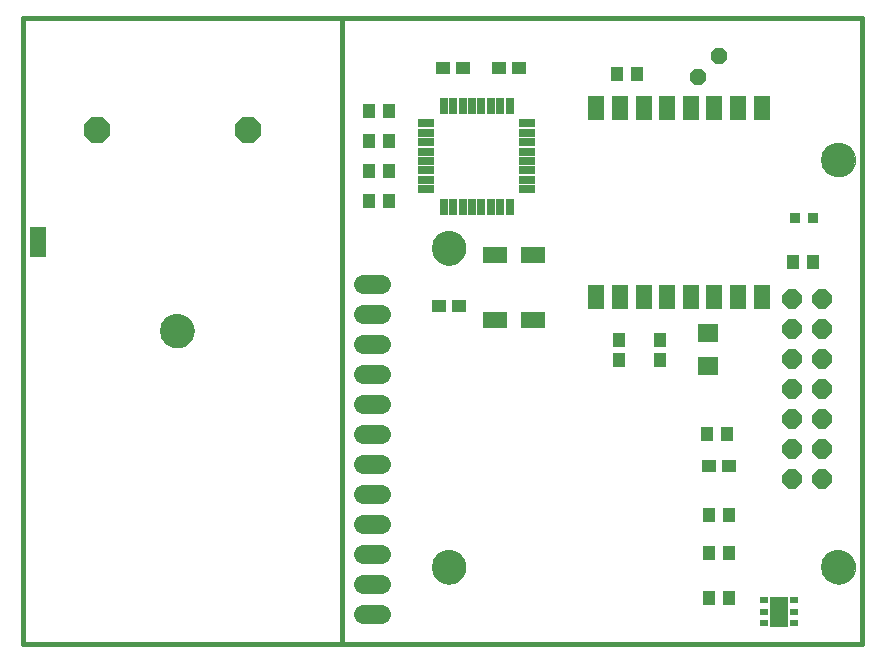
<source format=gts>
G75*
%MOIN*%
%OFA0B0*%
%FSLAX25Y25*%
%IPPOS*%
%LPD*%
%AMOC8*
5,1,8,0,0,1.08239X$1,22.5*
%
%ADD10C,0.01600*%
%ADD11C,0.00000*%
%ADD12C,0.11424*%
%ADD13R,0.06699X0.05912*%
%ADD14R,0.04337X0.04731*%
%ADD15R,0.07880X0.05518*%
%ADD16R,0.04731X0.04337*%
%ADD17R,0.03550X0.03550*%
%ADD18R,0.05518X0.08274*%
%ADD19OC8,0.06400*%
%ADD20R,0.02600X0.05400*%
%ADD21R,0.05400X0.02600*%
%ADD22R,0.02762X0.01975*%
%ADD23R,0.06306X0.09849*%
%ADD24R,0.05400X0.10400*%
%ADD25C,0.06400*%
%ADD26OC8,0.05600*%
%ADD27OC8,0.08900*%
D10*
X0001800Y0001800D02*
X0108099Y0001800D01*
X0108099Y0210461D01*
X0001800Y0210461D01*
X0001800Y0001800D01*
X0108099Y0001800D02*
X0281328Y0001800D01*
X0281328Y0210461D01*
X0108099Y0210461D01*
D11*
X0138020Y0133690D02*
X0138022Y0133838D01*
X0138028Y0133986D01*
X0138038Y0134134D01*
X0138052Y0134281D01*
X0138070Y0134428D01*
X0138091Y0134574D01*
X0138117Y0134720D01*
X0138147Y0134865D01*
X0138180Y0135009D01*
X0138218Y0135152D01*
X0138259Y0135294D01*
X0138304Y0135435D01*
X0138352Y0135575D01*
X0138405Y0135714D01*
X0138461Y0135851D01*
X0138521Y0135986D01*
X0138584Y0136120D01*
X0138651Y0136252D01*
X0138722Y0136382D01*
X0138796Y0136510D01*
X0138873Y0136636D01*
X0138954Y0136760D01*
X0139038Y0136882D01*
X0139125Y0137001D01*
X0139216Y0137118D01*
X0139310Y0137233D01*
X0139406Y0137345D01*
X0139506Y0137455D01*
X0139608Y0137561D01*
X0139714Y0137665D01*
X0139822Y0137766D01*
X0139933Y0137864D01*
X0140046Y0137960D01*
X0140162Y0138052D01*
X0140280Y0138141D01*
X0140401Y0138226D01*
X0140524Y0138309D01*
X0140649Y0138388D01*
X0140776Y0138464D01*
X0140905Y0138536D01*
X0141036Y0138605D01*
X0141169Y0138670D01*
X0141304Y0138731D01*
X0141440Y0138789D01*
X0141577Y0138844D01*
X0141716Y0138894D01*
X0141857Y0138941D01*
X0141998Y0138984D01*
X0142141Y0139024D01*
X0142285Y0139059D01*
X0142429Y0139091D01*
X0142575Y0139118D01*
X0142721Y0139142D01*
X0142868Y0139162D01*
X0143015Y0139178D01*
X0143162Y0139190D01*
X0143310Y0139198D01*
X0143458Y0139202D01*
X0143606Y0139202D01*
X0143754Y0139198D01*
X0143902Y0139190D01*
X0144049Y0139178D01*
X0144196Y0139162D01*
X0144343Y0139142D01*
X0144489Y0139118D01*
X0144635Y0139091D01*
X0144779Y0139059D01*
X0144923Y0139024D01*
X0145066Y0138984D01*
X0145207Y0138941D01*
X0145348Y0138894D01*
X0145487Y0138844D01*
X0145624Y0138789D01*
X0145760Y0138731D01*
X0145895Y0138670D01*
X0146028Y0138605D01*
X0146159Y0138536D01*
X0146288Y0138464D01*
X0146415Y0138388D01*
X0146540Y0138309D01*
X0146663Y0138226D01*
X0146784Y0138141D01*
X0146902Y0138052D01*
X0147018Y0137960D01*
X0147131Y0137864D01*
X0147242Y0137766D01*
X0147350Y0137665D01*
X0147456Y0137561D01*
X0147558Y0137455D01*
X0147658Y0137345D01*
X0147754Y0137233D01*
X0147848Y0137118D01*
X0147939Y0137001D01*
X0148026Y0136882D01*
X0148110Y0136760D01*
X0148191Y0136636D01*
X0148268Y0136510D01*
X0148342Y0136382D01*
X0148413Y0136252D01*
X0148480Y0136120D01*
X0148543Y0135986D01*
X0148603Y0135851D01*
X0148659Y0135714D01*
X0148712Y0135575D01*
X0148760Y0135435D01*
X0148805Y0135294D01*
X0148846Y0135152D01*
X0148884Y0135009D01*
X0148917Y0134865D01*
X0148947Y0134720D01*
X0148973Y0134574D01*
X0148994Y0134428D01*
X0149012Y0134281D01*
X0149026Y0134134D01*
X0149036Y0133986D01*
X0149042Y0133838D01*
X0149044Y0133690D01*
X0149042Y0133542D01*
X0149036Y0133394D01*
X0149026Y0133246D01*
X0149012Y0133099D01*
X0148994Y0132952D01*
X0148973Y0132806D01*
X0148947Y0132660D01*
X0148917Y0132515D01*
X0148884Y0132371D01*
X0148846Y0132228D01*
X0148805Y0132086D01*
X0148760Y0131945D01*
X0148712Y0131805D01*
X0148659Y0131666D01*
X0148603Y0131529D01*
X0148543Y0131394D01*
X0148480Y0131260D01*
X0148413Y0131128D01*
X0148342Y0130998D01*
X0148268Y0130870D01*
X0148191Y0130744D01*
X0148110Y0130620D01*
X0148026Y0130498D01*
X0147939Y0130379D01*
X0147848Y0130262D01*
X0147754Y0130147D01*
X0147658Y0130035D01*
X0147558Y0129925D01*
X0147456Y0129819D01*
X0147350Y0129715D01*
X0147242Y0129614D01*
X0147131Y0129516D01*
X0147018Y0129420D01*
X0146902Y0129328D01*
X0146784Y0129239D01*
X0146663Y0129154D01*
X0146540Y0129071D01*
X0146415Y0128992D01*
X0146288Y0128916D01*
X0146159Y0128844D01*
X0146028Y0128775D01*
X0145895Y0128710D01*
X0145760Y0128649D01*
X0145624Y0128591D01*
X0145487Y0128536D01*
X0145348Y0128486D01*
X0145207Y0128439D01*
X0145066Y0128396D01*
X0144923Y0128356D01*
X0144779Y0128321D01*
X0144635Y0128289D01*
X0144489Y0128262D01*
X0144343Y0128238D01*
X0144196Y0128218D01*
X0144049Y0128202D01*
X0143902Y0128190D01*
X0143754Y0128182D01*
X0143606Y0128178D01*
X0143458Y0128178D01*
X0143310Y0128182D01*
X0143162Y0128190D01*
X0143015Y0128202D01*
X0142868Y0128218D01*
X0142721Y0128238D01*
X0142575Y0128262D01*
X0142429Y0128289D01*
X0142285Y0128321D01*
X0142141Y0128356D01*
X0141998Y0128396D01*
X0141857Y0128439D01*
X0141716Y0128486D01*
X0141577Y0128536D01*
X0141440Y0128591D01*
X0141304Y0128649D01*
X0141169Y0128710D01*
X0141036Y0128775D01*
X0140905Y0128844D01*
X0140776Y0128916D01*
X0140649Y0128992D01*
X0140524Y0129071D01*
X0140401Y0129154D01*
X0140280Y0129239D01*
X0140162Y0129328D01*
X0140046Y0129420D01*
X0139933Y0129516D01*
X0139822Y0129614D01*
X0139714Y0129715D01*
X0139608Y0129819D01*
X0139506Y0129925D01*
X0139406Y0130035D01*
X0139310Y0130147D01*
X0139216Y0130262D01*
X0139125Y0130379D01*
X0139038Y0130498D01*
X0138954Y0130620D01*
X0138873Y0130744D01*
X0138796Y0130870D01*
X0138722Y0130998D01*
X0138651Y0131128D01*
X0138584Y0131260D01*
X0138521Y0131394D01*
X0138461Y0131529D01*
X0138405Y0131666D01*
X0138352Y0131805D01*
X0138304Y0131945D01*
X0138259Y0132086D01*
X0138218Y0132228D01*
X0138180Y0132371D01*
X0138147Y0132515D01*
X0138117Y0132660D01*
X0138091Y0132806D01*
X0138070Y0132952D01*
X0138052Y0133099D01*
X0138038Y0133246D01*
X0138028Y0133394D01*
X0138022Y0133542D01*
X0138020Y0133690D01*
X0047469Y0106131D02*
X0047471Y0106279D01*
X0047477Y0106427D01*
X0047487Y0106575D01*
X0047501Y0106722D01*
X0047519Y0106869D01*
X0047540Y0107015D01*
X0047566Y0107161D01*
X0047596Y0107306D01*
X0047629Y0107450D01*
X0047667Y0107593D01*
X0047708Y0107735D01*
X0047753Y0107876D01*
X0047801Y0108016D01*
X0047854Y0108155D01*
X0047910Y0108292D01*
X0047970Y0108427D01*
X0048033Y0108561D01*
X0048100Y0108693D01*
X0048171Y0108823D01*
X0048245Y0108951D01*
X0048322Y0109077D01*
X0048403Y0109201D01*
X0048487Y0109323D01*
X0048574Y0109442D01*
X0048665Y0109559D01*
X0048759Y0109674D01*
X0048855Y0109786D01*
X0048955Y0109896D01*
X0049057Y0110002D01*
X0049163Y0110106D01*
X0049271Y0110207D01*
X0049382Y0110305D01*
X0049495Y0110401D01*
X0049611Y0110493D01*
X0049729Y0110582D01*
X0049850Y0110667D01*
X0049973Y0110750D01*
X0050098Y0110829D01*
X0050225Y0110905D01*
X0050354Y0110977D01*
X0050485Y0111046D01*
X0050618Y0111111D01*
X0050753Y0111172D01*
X0050889Y0111230D01*
X0051026Y0111285D01*
X0051165Y0111335D01*
X0051306Y0111382D01*
X0051447Y0111425D01*
X0051590Y0111465D01*
X0051734Y0111500D01*
X0051878Y0111532D01*
X0052024Y0111559D01*
X0052170Y0111583D01*
X0052317Y0111603D01*
X0052464Y0111619D01*
X0052611Y0111631D01*
X0052759Y0111639D01*
X0052907Y0111643D01*
X0053055Y0111643D01*
X0053203Y0111639D01*
X0053351Y0111631D01*
X0053498Y0111619D01*
X0053645Y0111603D01*
X0053792Y0111583D01*
X0053938Y0111559D01*
X0054084Y0111532D01*
X0054228Y0111500D01*
X0054372Y0111465D01*
X0054515Y0111425D01*
X0054656Y0111382D01*
X0054797Y0111335D01*
X0054936Y0111285D01*
X0055073Y0111230D01*
X0055209Y0111172D01*
X0055344Y0111111D01*
X0055477Y0111046D01*
X0055608Y0110977D01*
X0055737Y0110905D01*
X0055864Y0110829D01*
X0055989Y0110750D01*
X0056112Y0110667D01*
X0056233Y0110582D01*
X0056351Y0110493D01*
X0056467Y0110401D01*
X0056580Y0110305D01*
X0056691Y0110207D01*
X0056799Y0110106D01*
X0056905Y0110002D01*
X0057007Y0109896D01*
X0057107Y0109786D01*
X0057203Y0109674D01*
X0057297Y0109559D01*
X0057388Y0109442D01*
X0057475Y0109323D01*
X0057559Y0109201D01*
X0057640Y0109077D01*
X0057717Y0108951D01*
X0057791Y0108823D01*
X0057862Y0108693D01*
X0057929Y0108561D01*
X0057992Y0108427D01*
X0058052Y0108292D01*
X0058108Y0108155D01*
X0058161Y0108016D01*
X0058209Y0107876D01*
X0058254Y0107735D01*
X0058295Y0107593D01*
X0058333Y0107450D01*
X0058366Y0107306D01*
X0058396Y0107161D01*
X0058422Y0107015D01*
X0058443Y0106869D01*
X0058461Y0106722D01*
X0058475Y0106575D01*
X0058485Y0106427D01*
X0058491Y0106279D01*
X0058493Y0106131D01*
X0058491Y0105983D01*
X0058485Y0105835D01*
X0058475Y0105687D01*
X0058461Y0105540D01*
X0058443Y0105393D01*
X0058422Y0105247D01*
X0058396Y0105101D01*
X0058366Y0104956D01*
X0058333Y0104812D01*
X0058295Y0104669D01*
X0058254Y0104527D01*
X0058209Y0104386D01*
X0058161Y0104246D01*
X0058108Y0104107D01*
X0058052Y0103970D01*
X0057992Y0103835D01*
X0057929Y0103701D01*
X0057862Y0103569D01*
X0057791Y0103439D01*
X0057717Y0103311D01*
X0057640Y0103185D01*
X0057559Y0103061D01*
X0057475Y0102939D01*
X0057388Y0102820D01*
X0057297Y0102703D01*
X0057203Y0102588D01*
X0057107Y0102476D01*
X0057007Y0102366D01*
X0056905Y0102260D01*
X0056799Y0102156D01*
X0056691Y0102055D01*
X0056580Y0101957D01*
X0056467Y0101861D01*
X0056351Y0101769D01*
X0056233Y0101680D01*
X0056112Y0101595D01*
X0055989Y0101512D01*
X0055864Y0101433D01*
X0055737Y0101357D01*
X0055608Y0101285D01*
X0055477Y0101216D01*
X0055344Y0101151D01*
X0055209Y0101090D01*
X0055073Y0101032D01*
X0054936Y0100977D01*
X0054797Y0100927D01*
X0054656Y0100880D01*
X0054515Y0100837D01*
X0054372Y0100797D01*
X0054228Y0100762D01*
X0054084Y0100730D01*
X0053938Y0100703D01*
X0053792Y0100679D01*
X0053645Y0100659D01*
X0053498Y0100643D01*
X0053351Y0100631D01*
X0053203Y0100623D01*
X0053055Y0100619D01*
X0052907Y0100619D01*
X0052759Y0100623D01*
X0052611Y0100631D01*
X0052464Y0100643D01*
X0052317Y0100659D01*
X0052170Y0100679D01*
X0052024Y0100703D01*
X0051878Y0100730D01*
X0051734Y0100762D01*
X0051590Y0100797D01*
X0051447Y0100837D01*
X0051306Y0100880D01*
X0051165Y0100927D01*
X0051026Y0100977D01*
X0050889Y0101032D01*
X0050753Y0101090D01*
X0050618Y0101151D01*
X0050485Y0101216D01*
X0050354Y0101285D01*
X0050225Y0101357D01*
X0050098Y0101433D01*
X0049973Y0101512D01*
X0049850Y0101595D01*
X0049729Y0101680D01*
X0049611Y0101769D01*
X0049495Y0101861D01*
X0049382Y0101957D01*
X0049271Y0102055D01*
X0049163Y0102156D01*
X0049057Y0102260D01*
X0048955Y0102366D01*
X0048855Y0102476D01*
X0048759Y0102588D01*
X0048665Y0102703D01*
X0048574Y0102820D01*
X0048487Y0102939D01*
X0048403Y0103061D01*
X0048322Y0103185D01*
X0048245Y0103311D01*
X0048171Y0103439D01*
X0048100Y0103569D01*
X0048033Y0103701D01*
X0047970Y0103835D01*
X0047910Y0103970D01*
X0047854Y0104107D01*
X0047801Y0104246D01*
X0047753Y0104386D01*
X0047708Y0104527D01*
X0047667Y0104669D01*
X0047629Y0104812D01*
X0047596Y0104956D01*
X0047566Y0105101D01*
X0047540Y0105247D01*
X0047519Y0105393D01*
X0047501Y0105540D01*
X0047487Y0105687D01*
X0047477Y0105835D01*
X0047471Y0105983D01*
X0047469Y0106131D01*
X0138020Y0027391D02*
X0138022Y0027539D01*
X0138028Y0027687D01*
X0138038Y0027835D01*
X0138052Y0027982D01*
X0138070Y0028129D01*
X0138091Y0028275D01*
X0138117Y0028421D01*
X0138147Y0028566D01*
X0138180Y0028710D01*
X0138218Y0028853D01*
X0138259Y0028995D01*
X0138304Y0029136D01*
X0138352Y0029276D01*
X0138405Y0029415D01*
X0138461Y0029552D01*
X0138521Y0029687D01*
X0138584Y0029821D01*
X0138651Y0029953D01*
X0138722Y0030083D01*
X0138796Y0030211D01*
X0138873Y0030337D01*
X0138954Y0030461D01*
X0139038Y0030583D01*
X0139125Y0030702D01*
X0139216Y0030819D01*
X0139310Y0030934D01*
X0139406Y0031046D01*
X0139506Y0031156D01*
X0139608Y0031262D01*
X0139714Y0031366D01*
X0139822Y0031467D01*
X0139933Y0031565D01*
X0140046Y0031661D01*
X0140162Y0031753D01*
X0140280Y0031842D01*
X0140401Y0031927D01*
X0140524Y0032010D01*
X0140649Y0032089D01*
X0140776Y0032165D01*
X0140905Y0032237D01*
X0141036Y0032306D01*
X0141169Y0032371D01*
X0141304Y0032432D01*
X0141440Y0032490D01*
X0141577Y0032545D01*
X0141716Y0032595D01*
X0141857Y0032642D01*
X0141998Y0032685D01*
X0142141Y0032725D01*
X0142285Y0032760D01*
X0142429Y0032792D01*
X0142575Y0032819D01*
X0142721Y0032843D01*
X0142868Y0032863D01*
X0143015Y0032879D01*
X0143162Y0032891D01*
X0143310Y0032899D01*
X0143458Y0032903D01*
X0143606Y0032903D01*
X0143754Y0032899D01*
X0143902Y0032891D01*
X0144049Y0032879D01*
X0144196Y0032863D01*
X0144343Y0032843D01*
X0144489Y0032819D01*
X0144635Y0032792D01*
X0144779Y0032760D01*
X0144923Y0032725D01*
X0145066Y0032685D01*
X0145207Y0032642D01*
X0145348Y0032595D01*
X0145487Y0032545D01*
X0145624Y0032490D01*
X0145760Y0032432D01*
X0145895Y0032371D01*
X0146028Y0032306D01*
X0146159Y0032237D01*
X0146288Y0032165D01*
X0146415Y0032089D01*
X0146540Y0032010D01*
X0146663Y0031927D01*
X0146784Y0031842D01*
X0146902Y0031753D01*
X0147018Y0031661D01*
X0147131Y0031565D01*
X0147242Y0031467D01*
X0147350Y0031366D01*
X0147456Y0031262D01*
X0147558Y0031156D01*
X0147658Y0031046D01*
X0147754Y0030934D01*
X0147848Y0030819D01*
X0147939Y0030702D01*
X0148026Y0030583D01*
X0148110Y0030461D01*
X0148191Y0030337D01*
X0148268Y0030211D01*
X0148342Y0030083D01*
X0148413Y0029953D01*
X0148480Y0029821D01*
X0148543Y0029687D01*
X0148603Y0029552D01*
X0148659Y0029415D01*
X0148712Y0029276D01*
X0148760Y0029136D01*
X0148805Y0028995D01*
X0148846Y0028853D01*
X0148884Y0028710D01*
X0148917Y0028566D01*
X0148947Y0028421D01*
X0148973Y0028275D01*
X0148994Y0028129D01*
X0149012Y0027982D01*
X0149026Y0027835D01*
X0149036Y0027687D01*
X0149042Y0027539D01*
X0149044Y0027391D01*
X0149042Y0027243D01*
X0149036Y0027095D01*
X0149026Y0026947D01*
X0149012Y0026800D01*
X0148994Y0026653D01*
X0148973Y0026507D01*
X0148947Y0026361D01*
X0148917Y0026216D01*
X0148884Y0026072D01*
X0148846Y0025929D01*
X0148805Y0025787D01*
X0148760Y0025646D01*
X0148712Y0025506D01*
X0148659Y0025367D01*
X0148603Y0025230D01*
X0148543Y0025095D01*
X0148480Y0024961D01*
X0148413Y0024829D01*
X0148342Y0024699D01*
X0148268Y0024571D01*
X0148191Y0024445D01*
X0148110Y0024321D01*
X0148026Y0024199D01*
X0147939Y0024080D01*
X0147848Y0023963D01*
X0147754Y0023848D01*
X0147658Y0023736D01*
X0147558Y0023626D01*
X0147456Y0023520D01*
X0147350Y0023416D01*
X0147242Y0023315D01*
X0147131Y0023217D01*
X0147018Y0023121D01*
X0146902Y0023029D01*
X0146784Y0022940D01*
X0146663Y0022855D01*
X0146540Y0022772D01*
X0146415Y0022693D01*
X0146288Y0022617D01*
X0146159Y0022545D01*
X0146028Y0022476D01*
X0145895Y0022411D01*
X0145760Y0022350D01*
X0145624Y0022292D01*
X0145487Y0022237D01*
X0145348Y0022187D01*
X0145207Y0022140D01*
X0145066Y0022097D01*
X0144923Y0022057D01*
X0144779Y0022022D01*
X0144635Y0021990D01*
X0144489Y0021963D01*
X0144343Y0021939D01*
X0144196Y0021919D01*
X0144049Y0021903D01*
X0143902Y0021891D01*
X0143754Y0021883D01*
X0143606Y0021879D01*
X0143458Y0021879D01*
X0143310Y0021883D01*
X0143162Y0021891D01*
X0143015Y0021903D01*
X0142868Y0021919D01*
X0142721Y0021939D01*
X0142575Y0021963D01*
X0142429Y0021990D01*
X0142285Y0022022D01*
X0142141Y0022057D01*
X0141998Y0022097D01*
X0141857Y0022140D01*
X0141716Y0022187D01*
X0141577Y0022237D01*
X0141440Y0022292D01*
X0141304Y0022350D01*
X0141169Y0022411D01*
X0141036Y0022476D01*
X0140905Y0022545D01*
X0140776Y0022617D01*
X0140649Y0022693D01*
X0140524Y0022772D01*
X0140401Y0022855D01*
X0140280Y0022940D01*
X0140162Y0023029D01*
X0140046Y0023121D01*
X0139933Y0023217D01*
X0139822Y0023315D01*
X0139714Y0023416D01*
X0139608Y0023520D01*
X0139506Y0023626D01*
X0139406Y0023736D01*
X0139310Y0023848D01*
X0139216Y0023963D01*
X0139125Y0024080D01*
X0139038Y0024199D01*
X0138954Y0024321D01*
X0138873Y0024445D01*
X0138796Y0024571D01*
X0138722Y0024699D01*
X0138651Y0024829D01*
X0138584Y0024961D01*
X0138521Y0025095D01*
X0138461Y0025230D01*
X0138405Y0025367D01*
X0138352Y0025506D01*
X0138304Y0025646D01*
X0138259Y0025787D01*
X0138218Y0025929D01*
X0138180Y0026072D01*
X0138147Y0026216D01*
X0138117Y0026361D01*
X0138091Y0026507D01*
X0138070Y0026653D01*
X0138052Y0026800D01*
X0138038Y0026947D01*
X0138028Y0027095D01*
X0138022Y0027243D01*
X0138020Y0027391D01*
X0267942Y0027391D02*
X0267944Y0027539D01*
X0267950Y0027687D01*
X0267960Y0027835D01*
X0267974Y0027982D01*
X0267992Y0028129D01*
X0268013Y0028275D01*
X0268039Y0028421D01*
X0268069Y0028566D01*
X0268102Y0028710D01*
X0268140Y0028853D01*
X0268181Y0028995D01*
X0268226Y0029136D01*
X0268274Y0029276D01*
X0268327Y0029415D01*
X0268383Y0029552D01*
X0268443Y0029687D01*
X0268506Y0029821D01*
X0268573Y0029953D01*
X0268644Y0030083D01*
X0268718Y0030211D01*
X0268795Y0030337D01*
X0268876Y0030461D01*
X0268960Y0030583D01*
X0269047Y0030702D01*
X0269138Y0030819D01*
X0269232Y0030934D01*
X0269328Y0031046D01*
X0269428Y0031156D01*
X0269530Y0031262D01*
X0269636Y0031366D01*
X0269744Y0031467D01*
X0269855Y0031565D01*
X0269968Y0031661D01*
X0270084Y0031753D01*
X0270202Y0031842D01*
X0270323Y0031927D01*
X0270446Y0032010D01*
X0270571Y0032089D01*
X0270698Y0032165D01*
X0270827Y0032237D01*
X0270958Y0032306D01*
X0271091Y0032371D01*
X0271226Y0032432D01*
X0271362Y0032490D01*
X0271499Y0032545D01*
X0271638Y0032595D01*
X0271779Y0032642D01*
X0271920Y0032685D01*
X0272063Y0032725D01*
X0272207Y0032760D01*
X0272351Y0032792D01*
X0272497Y0032819D01*
X0272643Y0032843D01*
X0272790Y0032863D01*
X0272937Y0032879D01*
X0273084Y0032891D01*
X0273232Y0032899D01*
X0273380Y0032903D01*
X0273528Y0032903D01*
X0273676Y0032899D01*
X0273824Y0032891D01*
X0273971Y0032879D01*
X0274118Y0032863D01*
X0274265Y0032843D01*
X0274411Y0032819D01*
X0274557Y0032792D01*
X0274701Y0032760D01*
X0274845Y0032725D01*
X0274988Y0032685D01*
X0275129Y0032642D01*
X0275270Y0032595D01*
X0275409Y0032545D01*
X0275546Y0032490D01*
X0275682Y0032432D01*
X0275817Y0032371D01*
X0275950Y0032306D01*
X0276081Y0032237D01*
X0276210Y0032165D01*
X0276337Y0032089D01*
X0276462Y0032010D01*
X0276585Y0031927D01*
X0276706Y0031842D01*
X0276824Y0031753D01*
X0276940Y0031661D01*
X0277053Y0031565D01*
X0277164Y0031467D01*
X0277272Y0031366D01*
X0277378Y0031262D01*
X0277480Y0031156D01*
X0277580Y0031046D01*
X0277676Y0030934D01*
X0277770Y0030819D01*
X0277861Y0030702D01*
X0277948Y0030583D01*
X0278032Y0030461D01*
X0278113Y0030337D01*
X0278190Y0030211D01*
X0278264Y0030083D01*
X0278335Y0029953D01*
X0278402Y0029821D01*
X0278465Y0029687D01*
X0278525Y0029552D01*
X0278581Y0029415D01*
X0278634Y0029276D01*
X0278682Y0029136D01*
X0278727Y0028995D01*
X0278768Y0028853D01*
X0278806Y0028710D01*
X0278839Y0028566D01*
X0278869Y0028421D01*
X0278895Y0028275D01*
X0278916Y0028129D01*
X0278934Y0027982D01*
X0278948Y0027835D01*
X0278958Y0027687D01*
X0278964Y0027539D01*
X0278966Y0027391D01*
X0278964Y0027243D01*
X0278958Y0027095D01*
X0278948Y0026947D01*
X0278934Y0026800D01*
X0278916Y0026653D01*
X0278895Y0026507D01*
X0278869Y0026361D01*
X0278839Y0026216D01*
X0278806Y0026072D01*
X0278768Y0025929D01*
X0278727Y0025787D01*
X0278682Y0025646D01*
X0278634Y0025506D01*
X0278581Y0025367D01*
X0278525Y0025230D01*
X0278465Y0025095D01*
X0278402Y0024961D01*
X0278335Y0024829D01*
X0278264Y0024699D01*
X0278190Y0024571D01*
X0278113Y0024445D01*
X0278032Y0024321D01*
X0277948Y0024199D01*
X0277861Y0024080D01*
X0277770Y0023963D01*
X0277676Y0023848D01*
X0277580Y0023736D01*
X0277480Y0023626D01*
X0277378Y0023520D01*
X0277272Y0023416D01*
X0277164Y0023315D01*
X0277053Y0023217D01*
X0276940Y0023121D01*
X0276824Y0023029D01*
X0276706Y0022940D01*
X0276585Y0022855D01*
X0276462Y0022772D01*
X0276337Y0022693D01*
X0276210Y0022617D01*
X0276081Y0022545D01*
X0275950Y0022476D01*
X0275817Y0022411D01*
X0275682Y0022350D01*
X0275546Y0022292D01*
X0275409Y0022237D01*
X0275270Y0022187D01*
X0275129Y0022140D01*
X0274988Y0022097D01*
X0274845Y0022057D01*
X0274701Y0022022D01*
X0274557Y0021990D01*
X0274411Y0021963D01*
X0274265Y0021939D01*
X0274118Y0021919D01*
X0273971Y0021903D01*
X0273824Y0021891D01*
X0273676Y0021883D01*
X0273528Y0021879D01*
X0273380Y0021879D01*
X0273232Y0021883D01*
X0273084Y0021891D01*
X0272937Y0021903D01*
X0272790Y0021919D01*
X0272643Y0021939D01*
X0272497Y0021963D01*
X0272351Y0021990D01*
X0272207Y0022022D01*
X0272063Y0022057D01*
X0271920Y0022097D01*
X0271779Y0022140D01*
X0271638Y0022187D01*
X0271499Y0022237D01*
X0271362Y0022292D01*
X0271226Y0022350D01*
X0271091Y0022411D01*
X0270958Y0022476D01*
X0270827Y0022545D01*
X0270698Y0022617D01*
X0270571Y0022693D01*
X0270446Y0022772D01*
X0270323Y0022855D01*
X0270202Y0022940D01*
X0270084Y0023029D01*
X0269968Y0023121D01*
X0269855Y0023217D01*
X0269744Y0023315D01*
X0269636Y0023416D01*
X0269530Y0023520D01*
X0269428Y0023626D01*
X0269328Y0023736D01*
X0269232Y0023848D01*
X0269138Y0023963D01*
X0269047Y0024080D01*
X0268960Y0024199D01*
X0268876Y0024321D01*
X0268795Y0024445D01*
X0268718Y0024571D01*
X0268644Y0024699D01*
X0268573Y0024829D01*
X0268506Y0024961D01*
X0268443Y0025095D01*
X0268383Y0025230D01*
X0268327Y0025367D01*
X0268274Y0025506D01*
X0268226Y0025646D01*
X0268181Y0025787D01*
X0268140Y0025929D01*
X0268102Y0026072D01*
X0268069Y0026216D01*
X0268039Y0026361D01*
X0268013Y0026507D01*
X0267992Y0026653D01*
X0267974Y0026800D01*
X0267960Y0026947D01*
X0267950Y0027095D01*
X0267944Y0027243D01*
X0267942Y0027391D01*
X0267942Y0163217D02*
X0267944Y0163365D01*
X0267950Y0163513D01*
X0267960Y0163661D01*
X0267974Y0163808D01*
X0267992Y0163955D01*
X0268013Y0164101D01*
X0268039Y0164247D01*
X0268069Y0164392D01*
X0268102Y0164536D01*
X0268140Y0164679D01*
X0268181Y0164821D01*
X0268226Y0164962D01*
X0268274Y0165102D01*
X0268327Y0165241D01*
X0268383Y0165378D01*
X0268443Y0165513D01*
X0268506Y0165647D01*
X0268573Y0165779D01*
X0268644Y0165909D01*
X0268718Y0166037D01*
X0268795Y0166163D01*
X0268876Y0166287D01*
X0268960Y0166409D01*
X0269047Y0166528D01*
X0269138Y0166645D01*
X0269232Y0166760D01*
X0269328Y0166872D01*
X0269428Y0166982D01*
X0269530Y0167088D01*
X0269636Y0167192D01*
X0269744Y0167293D01*
X0269855Y0167391D01*
X0269968Y0167487D01*
X0270084Y0167579D01*
X0270202Y0167668D01*
X0270323Y0167753D01*
X0270446Y0167836D01*
X0270571Y0167915D01*
X0270698Y0167991D01*
X0270827Y0168063D01*
X0270958Y0168132D01*
X0271091Y0168197D01*
X0271226Y0168258D01*
X0271362Y0168316D01*
X0271499Y0168371D01*
X0271638Y0168421D01*
X0271779Y0168468D01*
X0271920Y0168511D01*
X0272063Y0168551D01*
X0272207Y0168586D01*
X0272351Y0168618D01*
X0272497Y0168645D01*
X0272643Y0168669D01*
X0272790Y0168689D01*
X0272937Y0168705D01*
X0273084Y0168717D01*
X0273232Y0168725D01*
X0273380Y0168729D01*
X0273528Y0168729D01*
X0273676Y0168725D01*
X0273824Y0168717D01*
X0273971Y0168705D01*
X0274118Y0168689D01*
X0274265Y0168669D01*
X0274411Y0168645D01*
X0274557Y0168618D01*
X0274701Y0168586D01*
X0274845Y0168551D01*
X0274988Y0168511D01*
X0275129Y0168468D01*
X0275270Y0168421D01*
X0275409Y0168371D01*
X0275546Y0168316D01*
X0275682Y0168258D01*
X0275817Y0168197D01*
X0275950Y0168132D01*
X0276081Y0168063D01*
X0276210Y0167991D01*
X0276337Y0167915D01*
X0276462Y0167836D01*
X0276585Y0167753D01*
X0276706Y0167668D01*
X0276824Y0167579D01*
X0276940Y0167487D01*
X0277053Y0167391D01*
X0277164Y0167293D01*
X0277272Y0167192D01*
X0277378Y0167088D01*
X0277480Y0166982D01*
X0277580Y0166872D01*
X0277676Y0166760D01*
X0277770Y0166645D01*
X0277861Y0166528D01*
X0277948Y0166409D01*
X0278032Y0166287D01*
X0278113Y0166163D01*
X0278190Y0166037D01*
X0278264Y0165909D01*
X0278335Y0165779D01*
X0278402Y0165647D01*
X0278465Y0165513D01*
X0278525Y0165378D01*
X0278581Y0165241D01*
X0278634Y0165102D01*
X0278682Y0164962D01*
X0278727Y0164821D01*
X0278768Y0164679D01*
X0278806Y0164536D01*
X0278839Y0164392D01*
X0278869Y0164247D01*
X0278895Y0164101D01*
X0278916Y0163955D01*
X0278934Y0163808D01*
X0278948Y0163661D01*
X0278958Y0163513D01*
X0278964Y0163365D01*
X0278966Y0163217D01*
X0278964Y0163069D01*
X0278958Y0162921D01*
X0278948Y0162773D01*
X0278934Y0162626D01*
X0278916Y0162479D01*
X0278895Y0162333D01*
X0278869Y0162187D01*
X0278839Y0162042D01*
X0278806Y0161898D01*
X0278768Y0161755D01*
X0278727Y0161613D01*
X0278682Y0161472D01*
X0278634Y0161332D01*
X0278581Y0161193D01*
X0278525Y0161056D01*
X0278465Y0160921D01*
X0278402Y0160787D01*
X0278335Y0160655D01*
X0278264Y0160525D01*
X0278190Y0160397D01*
X0278113Y0160271D01*
X0278032Y0160147D01*
X0277948Y0160025D01*
X0277861Y0159906D01*
X0277770Y0159789D01*
X0277676Y0159674D01*
X0277580Y0159562D01*
X0277480Y0159452D01*
X0277378Y0159346D01*
X0277272Y0159242D01*
X0277164Y0159141D01*
X0277053Y0159043D01*
X0276940Y0158947D01*
X0276824Y0158855D01*
X0276706Y0158766D01*
X0276585Y0158681D01*
X0276462Y0158598D01*
X0276337Y0158519D01*
X0276210Y0158443D01*
X0276081Y0158371D01*
X0275950Y0158302D01*
X0275817Y0158237D01*
X0275682Y0158176D01*
X0275546Y0158118D01*
X0275409Y0158063D01*
X0275270Y0158013D01*
X0275129Y0157966D01*
X0274988Y0157923D01*
X0274845Y0157883D01*
X0274701Y0157848D01*
X0274557Y0157816D01*
X0274411Y0157789D01*
X0274265Y0157765D01*
X0274118Y0157745D01*
X0273971Y0157729D01*
X0273824Y0157717D01*
X0273676Y0157709D01*
X0273528Y0157705D01*
X0273380Y0157705D01*
X0273232Y0157709D01*
X0273084Y0157717D01*
X0272937Y0157729D01*
X0272790Y0157745D01*
X0272643Y0157765D01*
X0272497Y0157789D01*
X0272351Y0157816D01*
X0272207Y0157848D01*
X0272063Y0157883D01*
X0271920Y0157923D01*
X0271779Y0157966D01*
X0271638Y0158013D01*
X0271499Y0158063D01*
X0271362Y0158118D01*
X0271226Y0158176D01*
X0271091Y0158237D01*
X0270958Y0158302D01*
X0270827Y0158371D01*
X0270698Y0158443D01*
X0270571Y0158519D01*
X0270446Y0158598D01*
X0270323Y0158681D01*
X0270202Y0158766D01*
X0270084Y0158855D01*
X0269968Y0158947D01*
X0269855Y0159043D01*
X0269744Y0159141D01*
X0269636Y0159242D01*
X0269530Y0159346D01*
X0269428Y0159452D01*
X0269328Y0159562D01*
X0269232Y0159674D01*
X0269138Y0159789D01*
X0269047Y0159906D01*
X0268960Y0160025D01*
X0268876Y0160147D01*
X0268795Y0160271D01*
X0268718Y0160397D01*
X0268644Y0160525D01*
X0268573Y0160655D01*
X0268506Y0160787D01*
X0268443Y0160921D01*
X0268383Y0161056D01*
X0268327Y0161193D01*
X0268274Y0161332D01*
X0268226Y0161472D01*
X0268181Y0161613D01*
X0268140Y0161755D01*
X0268102Y0161898D01*
X0268069Y0162042D01*
X0268039Y0162187D01*
X0268013Y0162333D01*
X0267992Y0162479D01*
X0267974Y0162626D01*
X0267960Y0162773D01*
X0267950Y0162921D01*
X0267944Y0163069D01*
X0267942Y0163217D01*
D12*
X0273454Y0163217D03*
X0143532Y0133690D03*
X0052981Y0106131D03*
X0143532Y0027391D03*
X0273454Y0027391D03*
D13*
X0230017Y0094244D03*
X0230017Y0105268D03*
D14*
X0213809Y0103185D03*
X0213809Y0096492D03*
X0200184Y0096527D03*
X0200184Y0103219D03*
X0229517Y0071800D03*
X0236209Y0071800D03*
X0236946Y0044735D03*
X0230253Y0044735D03*
X0230253Y0032177D03*
X0236946Y0032177D03*
X0237126Y0017182D03*
X0230434Y0017182D03*
X0258362Y0129175D03*
X0265055Y0129175D03*
X0206209Y0191800D03*
X0199517Y0191800D03*
X0123709Y0179300D03*
X0117017Y0179300D03*
X0117017Y0169300D03*
X0123709Y0169300D03*
X0123709Y0159300D03*
X0117017Y0159300D03*
X0117017Y0149300D03*
X0123709Y0149300D03*
D15*
X0158887Y0131524D03*
X0171485Y0131524D03*
X0171485Y0109871D03*
X0158887Y0109871D03*
D16*
X0146832Y0114562D03*
X0140139Y0114562D03*
X0230253Y0061185D03*
X0236946Y0061185D03*
X0167132Y0193852D03*
X0160439Y0193852D03*
X0148412Y0193754D03*
X0141719Y0193754D03*
D17*
X0258926Y0143729D03*
X0264831Y0143729D03*
D18*
X0247863Y0117410D03*
X0239989Y0117410D03*
X0232115Y0117410D03*
X0224241Y0117410D03*
X0216367Y0117410D03*
X0208493Y0117410D03*
X0200619Y0117410D03*
X0192745Y0117410D03*
X0192745Y0180402D03*
X0200619Y0180402D03*
X0208493Y0180402D03*
X0216367Y0180402D03*
X0224241Y0180402D03*
X0232115Y0180402D03*
X0239989Y0180402D03*
X0247863Y0180402D03*
D19*
X0257863Y0116800D03*
X0267863Y0116800D03*
X0267863Y0106800D03*
X0257863Y0106800D03*
X0257863Y0096800D03*
X0267863Y0096800D03*
X0267863Y0086800D03*
X0257863Y0086800D03*
X0257863Y0076800D03*
X0267863Y0076800D03*
X0267863Y0066800D03*
X0257863Y0066800D03*
X0257863Y0056800D03*
X0267863Y0056800D03*
D20*
X0163887Y0147400D03*
X0160737Y0147400D03*
X0157587Y0147400D03*
X0154438Y0147400D03*
X0151288Y0147400D03*
X0148139Y0147400D03*
X0144989Y0147400D03*
X0141839Y0147400D03*
X0141839Y0181200D03*
X0144989Y0181200D03*
X0148139Y0181200D03*
X0151288Y0181200D03*
X0154438Y0181200D03*
X0157587Y0181200D03*
X0160737Y0181200D03*
X0163887Y0181200D03*
D21*
X0169763Y0175324D03*
X0169763Y0172174D03*
X0169763Y0169024D03*
X0169763Y0165875D03*
X0169763Y0162725D03*
X0169763Y0159576D03*
X0169763Y0156426D03*
X0169763Y0153276D03*
X0135963Y0153276D03*
X0135963Y0156426D03*
X0135963Y0159576D03*
X0135963Y0162725D03*
X0135963Y0165875D03*
X0135963Y0169024D03*
X0135963Y0172174D03*
X0135963Y0175324D03*
D22*
X0248493Y0016485D03*
X0248493Y0012548D03*
X0248493Y0008611D03*
X0258729Y0008611D03*
X0258729Y0012548D03*
X0258729Y0016485D03*
D23*
X0253611Y0012548D03*
D24*
X0006800Y0135757D03*
D25*
X0114863Y0121800D02*
X0120863Y0121800D01*
X0120863Y0111800D02*
X0114863Y0111800D01*
X0114863Y0101800D02*
X0120863Y0101800D01*
X0120863Y0091800D02*
X0114863Y0091800D01*
X0114863Y0081800D02*
X0120863Y0081800D01*
X0120863Y0071800D02*
X0114863Y0071800D01*
X0114863Y0061800D02*
X0120863Y0061800D01*
X0120863Y0051800D02*
X0114863Y0051800D01*
X0114863Y0041800D02*
X0120863Y0041800D01*
X0120863Y0031800D02*
X0114863Y0031800D01*
X0114863Y0021800D02*
X0120863Y0021800D01*
X0120863Y0011800D02*
X0114863Y0011800D01*
D26*
X0226646Y0190800D03*
X0233646Y0197800D03*
D27*
X0076603Y0173060D03*
X0026209Y0173060D03*
M02*

</source>
